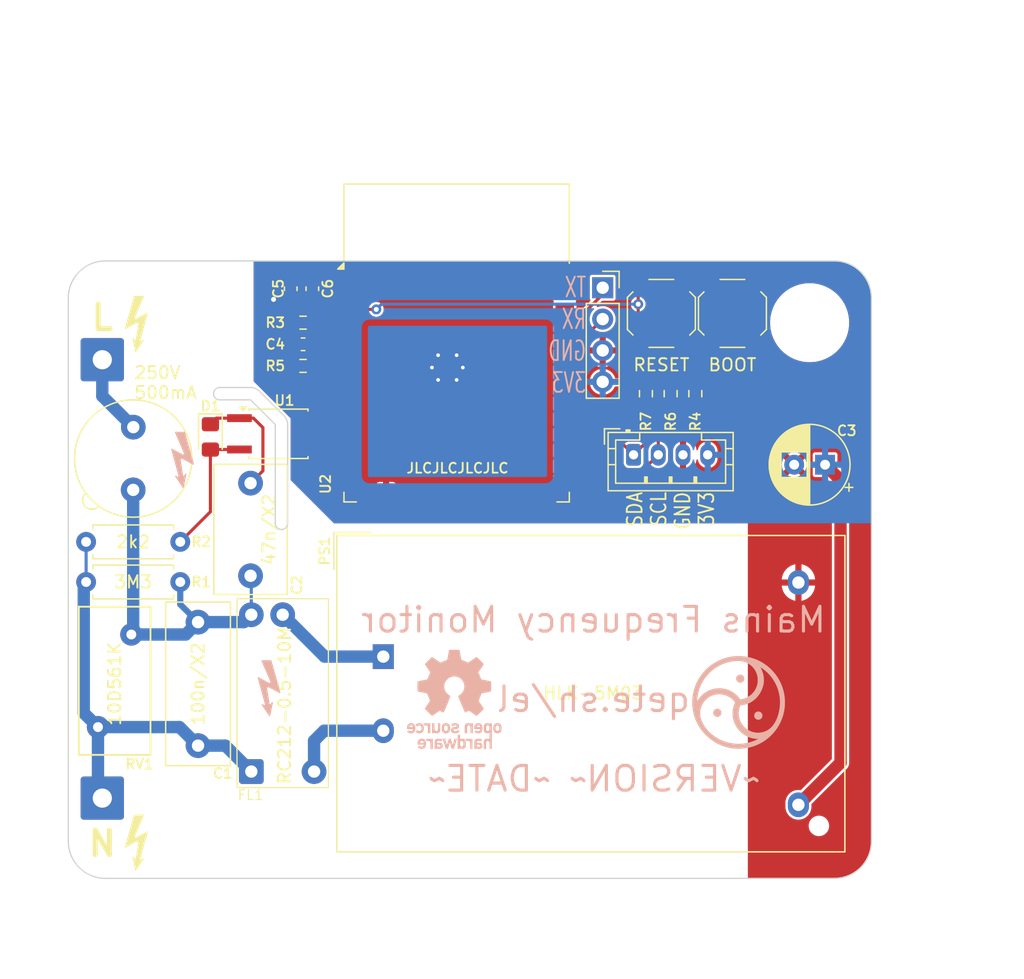
<source format=kicad_pcb>
(kicad_pcb (version 20240108) (generator "pcbnew") (generator_version "8.0")
  (title_block (title "Mains Frequency Monitor") (date "${DATE}") (rev "${VERSION}") (company "Qetesh"))
  (layers (0 "F.Cu" signal) (31 "B.Cu" signal) (34 "B.Paste" user) (35 "F.Paste" user) (36 "B.SilkS" user "B.Silkscreen") (37 "F.SilkS" user "F.Silkscreen") (38 "B.Mask" user) (39 "F.Mask" user) (44 "Edge.Cuts" user))
  (property "DATE" "~DATE~")
  (property "VERSION" "~VERSION~")
  (net 0 "")
  (net 1 "GND")
  (net 2 "+3V3")
  (net 3 "/EN")
  (net 4 "/TX")
  (net 5 "/RX")
  (net 6 "/SCL")
  (net 7 "/SDA")
  (net 8 "/Pulse")
  (net 36 "/IO0")
  (net 37 "/L_{f}")
  (net 38 "/L_{oc}")
  (net 39 "/N_{oc}")
  (net 40 "/N_{ps}")
  (net 41 "/L_{ps}")
  (net 42 "/N")
  (net 43 "/L")
  (footprint "My_Footprints:JLCPCB_Tooling_Hole" (layer "F.Cu") (at 110.25 82.25)
    (property "Reference" "REF**" (hide yes))
    (property "Value" "JLCPCB_Tooling_Hole")
    (pad "" np_thru_hole circle (at 0 0) (size 1.152 1.152) (drill 1.152) (layers "F&B.Cu" "*.Mask") (clearance 0.248))
  )
  (footprint "Connector_Wire:SolderWire-0.75sqmm_1x01_D1.25mm_OD3.5mm" (layer "F.Cu") (at 110.5 74.25)
    (property "Reference" "J1" (hide yes))
    (property "Value" "L_{in}")
    (pad "1" thru_hole roundrect (at 0 0) (size 3.5 3.5) (drill 1.55) (layers "*.Cu" "*.Mask") (roundrect_rratio 0.071429) (net 43 "/L"))
  )
  (footprint "My_Footprints:Schaffner_RC212" (layer "F.Cu") (at 121.29 101.25 90)
    (property "Reference" "FL1" (at -8.25 1.21 0) (layer "F.SilkS") (effects (font (size 0.8 0.8) (thickness 0.1))))
    (property "Value" "RC212-0.5-10M" (at -1 3.96 90) (layer "F.SilkS"))
    (pad "1" thru_hole roundrect (at -6.35 1.27 90) (size 2 2) (drill 1) (layers "*.Cu" "*.Mask") (roundrect_rratio 0.125) (net 42 "/N"))
    (pad "2" thru_hole circle (at -6.35 6.35 90) (size 2 2) (drill 1) (layers "*.Cu" "*.Mask") (net 40 "/N_{ps}"))
    (pad "3" thru_hole circle (at 6.35 1.27 90) (size 2 2) (drill 1) (layers "*.Cu" "*.Mask") (net 37 "/L_{f}"))
    (pad "4" thru_hole circle (at 6.35 3.81 90) (size 2 2) (drill 1) (layers "*.Cu" "*.Mask") (net 41 "/L_{ps}"))
  )
  (footprint "Connector_Wire:SolderWire-0.75sqmm_1x01_D1.25mm_OD3.5mm" (layer "F.Cu") (at 110.5 109.75)
    (property "Reference" "J2" (hide yes))
    (property "Value" "N_{in}")
    (pad "1" thru_hole roundrect (at 0 0) (size 3.5 3.5) (drill 1.55) (layers "*.Cu" "*.Mask") (roundrect_rratio 0.071429) (net 42 "/N"))
  )
  (footprint "Capacitor_SMD:C_0603_1608Metric_Pad1.08x0.95mm_HandSolder" (layer "F.Cu") (at 125.75 68.5 -90)
    (property "Reference" "C5" (at 0 1 90) (layer "F.SilkS") (effects (font (size 0.8 0.8))))
    (property "Value" "10u")
    (pad "1" smd roundrect (at -0.8625 0 270) (size 1.075 0.95) (layers "F.Cu" "F.Paste" "F.Mask") (net 1 "GND"))
    (pad "2" smd roundrect (at 0.8625 0 270) (size 1.075 0.95) (layers "F.Cu" "F.Paste" "F.Mask") (net 2 "+3V3"))
  )
  (footprint "Symbol:Symbol_HighVoltage_NoTriangle_2x5mm_Copper" (layer "F.Cu") (at 113.5 113.5)
    (property "Reference" "REF**" (hide yes))
    (property "Value" "Symbol_HighVoltage_NoTriangle_2x5mm_Copper" (hide yes))
  )
  (footprint "MountingHole:MountingHole_3.2mm_M3" (layer "F.Cu") (at 117.75 71.25)
    (property "Reference" "REF**" (hide yes))
    (property "Value" "MountingHole_3.2mm_M3")
    (pad "" np_thru_hole circle (at 0 0) (size 3.2 3.2) (drill 3.2) (layers "*.Cu" "*.Mask"))
  )
  (footprint "Connector_JST:JST_PH_B4B-PH-K_1x04_P2.00mm_Vertical" (layer "F.Cu") (at 153.5 81.95)
    (property "Reference" "J4" (hide yes))
    (property "Value" "I2C")
    (pad "1" thru_hole roundrect (at 0 0) (size 1.2 1.75) (drill 0.75) (layers "*.Cu" "*.Mask") (roundrect_rratio 0.208333) (net 7 "/SDA"))
    (pad "2" thru_hole oval (at 2 0) (size 1.2 1.75) (drill 0.75) (layers "*.Cu" "*.Mask") (net 6 "/SCL"))
    (pad "3" thru_hole oval (at 4 0) (size 1.2 1.75) (drill 0.75) (layers "*.Cu" "*.Mask") (net 1 "GND"))
    (pad "4" thru_hole oval (at 6 0) (size 1.2 1.75) (drill 0.75) (layers "*.Cu" "*.Mask") (net 2 "+3V3"))
  )
  (footprint "LED_SMD:LED_0805_2012Metric_Pad1.15x1.40mm_HandSolder" (layer "F.Cu") (at 119.25 80.5 -90)
    (property "Reference" "D1" (at -2.5 0 180) (layer "F.SilkS") (effects (font (size 0.8 0.8))))
    (property "Value" "LED")
    (pad "1" smd roundrect (at -1.025 0 270) (size 1.15 1.4) (layers "F.Cu" "F.Paste" "F.Mask") (roundrect_rratio 0.217391) (net 38 "/L_{oc}"))
    (pad "2" smd roundrect (at 1.025 0 270) (size 1.15 1.4) (layers "F.Cu" "F.Paste" "F.Mask") (roundrect_rratio 0.217391) (net 39 "/N_{oc}"))
  )
  (footprint "Package_SO:SO-4_4.4x3.6mm_P2.54mm" (layer "F.Cu") (at 124.75 80.25)
    (property "Reference" "U1" (at 0.5 -2.7 0) (layer "F.SilkS") (effects (font (size 0.8 0.8))))
    (property "Value" "EL357N(C)")
    (pad "1" smd rect (at -3.15 -1.27) (size 2 0.64) (layers "F.Cu" "F.Paste" "F.Mask") (net 38 "/L_{oc}"))
    (pad "2" smd rect (at -3.15 1.27) (size 2 0.64) (layers "F.Cu" "F.Paste" "F.Mask") (net 39 "/N_{oc}"))
    (pad "3" smd rect (at 3.15 1.27) (size 2 0.64) (layers "F.Cu" "F.Paste" "F.Mask") (net 1 "GND"))
    (pad "4" smd rect (at 3.15 -1.27) (size 2 0.64) (layers "F.Cu" "F.Paste" "F.Mask") (net 8 "/Pulse"))
  )
  (footprint "Connector_PinSocket_2.54mm:PinSocket_1x04_P2.54mm_Vertical" (layer "F.Cu") (at 151 68.42)
    (property "Reference" "J3" (hide yes))
    (property "Value" "Serial")
    (pad "1" thru_hole rect (at 0 0) (size 1.7 1.7) (drill 1) (layers "*.Cu" "*.Mask") (net 4 "/TX"))
    (pad "2" thru_hole oval (at 0 2.54) (size 1.7 1.7) (drill 1) (layers "*.Cu" "*.Mask") (net 5 "/RX"))
    (pad "3" thru_hole oval (at 0 5.08) (size 1.7 1.7) (drill 1) (layers "*.Cu" "*.Mask") (net 1 "GND"))
    (pad "4" thru_hole oval (at 0 7.62) (size 1.7 1.7) (drill 1) (layers "*.Cu" "*.Mask") (net 2 "+3V3"))
  )
  (footprint "MountingHole:MountingHole_3.2mm_M3" (layer "F.Cu") (at 117.75 111.25)
    (property "Reference" "REF**" (hide yes))
    (property "Value" "MountingHole_3.2mm_M3")
    (pad "" np_thru_hole circle (at 0 0) (size 3.2 3.2) (drill 3.2) (layers "*.Cu" "*.Mask"))
  )
  (footprint "Capacitor_SMD:C_0603_1608Metric_Pad1.08x0.95mm_HandSolder" (layer "F.Cu") (at 126.75 73)
    (property "Reference" "C4" (at -2.25 0 0) (layer "F.SilkS") (effects (font (size 0.8 0.8))))
    (property "Value" "100n")
    (pad "1" smd roundrect (at -0.8625 0) (size 1.075 0.95) (layers "F.Cu" "F.Paste" "F.Mask") (net 1 "GND"))
    (pad "2" smd roundrect (at 0.8625 0) (size 1.075 0.95) (layers "F.Cu" "F.Paste" "F.Mask") (net 3 "/EN"))
  )
  (footprint "Resistor_THT:R_Axial_DIN0207_L6.3mm_D2.5mm_P7.62mm_Horizontal" (layer "F.Cu") (at 109.19 92.25)
    (property "Reference" "R1" (at 9.31 0 0) (layer "F.SilkS") (effects (font (size 0.8 0.8))))
    (property "Value" "3.3MΩ/500V")
    (pad "1" thru_hole circle (at 0 0) (size 1.6 1.6) (drill 0.8) (layers "*.Cu" "*.Mask") (net 42 "/N"))
    (pad "2" thru_hole oval (at 7.62 0) (size 1.6 1.6) (drill 0.8) (layers "*.Cu" "*.Mask") (net 37 "/L_{f}"))
  )
  (footprint "Capacitor_THT:CP_Radial_D6.3mm_P2.50mm" (layer "F.Cu") (at 169 82.75 180)
    (property "Reference" "C3" (at -1.75 2.75 180) (layer "F.SilkS") (effects (font (size 0.8 0.8))))
    (property "Value" "220u")
    (pad "1" thru_hole rect (at 0 0 180) (size 1.6 1.6) (drill 0.8) (layers "*.Cu" "*.Mask") (net 2 "+3V3"))
    (pad "2" thru_hole circle (at 2.5 0 180) (size 1.6 1.6) (drill 0.8) (layers "*.Cu" "*.Mask") (net 1 "GND"))
  )
  (footprint "Resistor_SMD:R_0603_1608Metric_Pad0.98x0.95mm_HandSolder" (layer "F.Cu") (at 158.5 77 -90)
    (property "Reference" "R4" (at 2.25 0 90) (layer "F.SilkS") (effects (font (size 0.8 0.8))))
    (property "Value" "10k")
    (pad "1" smd roundrect (at -0.9125 0 270) (size 0.975 0.95) (layers "F.Cu" "F.Paste" "F.Mask") (net 2 "+3V3"))
    (pad "2" smd roundrect (at 0.9125 0 270) (size 0.975 0.95) (layers "F.Cu" "F.Paste" "F.Mask") (net 36 "/IO0"))
  )
  (footprint "My_Footprints:JLCPCB_Tooling_Hole" (layer "F.Cu") (at 168.5 112)
    (property "Reference" "REF**" (hide yes))
    (property "Value" "JLCPCB_Tooling_Hole")
    (pad "" np_thru_hole circle (at 0 0) (size 1.152 1.152) (drill 1.152) (layers "F&B.Cu" "*.Mask") (clearance 0.248))
  )
  (footprint "Resistor_THT:R_Axial_DIN0207_L6.3mm_D2.5mm_P7.62mm_Horizontal" (layer "F.Cu") (at 109.19 89)
    (property "Reference" "R2" (at 9.31 0 0) (layer "F.SilkS") (effects (font (size 0.8 0.8))))
    (property "Value" "2k2" (at 3.81 0 0) (layer "F.SilkS"))
    (pad "1" thru_hole circle (at 0 0) (size 1.6 1.6) (drill 0.8) (layers "*.Cu" "*.Mask") (net 42 "/N"))
    (pad "2" thru_hole oval (at 7.62 0) (size 1.6 1.6) (drill 0.8) (layers "*.Cu" "*.Mask") (net 39 "/N_{oc}"))
  )
  (footprint "Button_Switch_SMD:SW_Push_1P1T_XKB_TS-1187A" (layer "F.Cu") (at 155.75 70.5 -90)
    (property "Reference" "SW1" (hide yes))
    (property "Value" "RST")
    (pad "1" smd rect (at -3 -1.875 270) (size 1 0.75) (layers "F.Cu" "F.Paste" "F.Mask") (net 1 "GND"))
    (pad "1" smd rect (at 3 -1.875 270) (size 1 0.75) (layers "F.Cu" "F.Paste" "F.Mask") (net 1 "GND"))
    (pad "2" smd rect (at -3 1.875 270) (size 1 0.75) (layers "F.Cu" "F.Paste" "F.Mask") (net 3 "/EN"))
    (pad "2" smd rect (at 3 1.875 270) (size 1 0.75) (layers "F.Cu" "F.Paste" "F.Mask") (net 3 "/EN"))
  )
  (footprint "MountingHole:MountingHole_3.2mm_M3" (layer "F.Cu") (at 167.75 71.25)
    (property "Reference" "REF**" (hide yes))
    (property "Value" "MountingHole_3.2mm_M3")
    (pad "" np_thru_hole circle (at 0 0) (size 3.2 3.2) (drill 3.2) (layers "*.Cu" "*.Mask"))
  )
  (footprint "RF_Module:ESP32-WROOM-32" (layer "F.Cu") (at 139.18 75.885)
    (property "Reference" "U2" (at -10.61 8.43 90) (layer "F.SilkS") (effects (font (size 0.8 0.8))))
    (property "Value" "ESP32-WROOM-32")
    (pad "1" smd rect (at -8.75 -8.25) (size 1.5 0.9) (layers "F.Cu" "F.Paste" "F.Mask") (net 1 "GND"))
    (pad "2" smd rect (at -8.75 -6.98) (size 1.5 0.9) (layers "F.Cu" "F.Paste" "F.Mask") (net 2 "+3V3"))
    (pad "3" smd rect (at -8.75 -5.71) (size 1.5 0.9) (layers "F.Cu" "F.Paste" "F.Mask") (net 3 "/EN"))
    (pad "4" smd rect (at -8.75 -4.44) (size 1.5 0.9) (layers "F.Cu" "F.Paste" "F.Mask"))
    (pad "5" smd rect (at -8.75 -3.17) (size 1.5 0.9) (layers "F.Cu" "F.Paste" "F.Mask"))
    (pad "6" smd rect (at -8.75 -1.9) (size 1.5 0.9) (layers "F.Cu" "F.Paste" "F.Mask"))
    (pad "7" smd rect (at -8.75 -0.63) (size 1.5 0.9) (layers "F.Cu" "F.Paste" "F.Mask"))
    (pad "8" smd rect (at -8.75 0.64) (size 1.5 0.9) (layers "F.Cu" "F.Paste" "F.Mask"))
    (pad "9" smd rect (at -8.75 1.91) (size 1.5 0.9) (layers "F.Cu" "F.Paste" "F.Mask"))
    (pad "10" smd rect (at -8.75 3.18) (size 1.5 0.9) (layers "F.Cu" "F.Paste" "F.Mask") (net 8 "/Pulse"))
    (pad "11" smd rect (at -8.75 4.45) (size 1.5 0.9) (layers "F.Cu" "F.Paste" "F.Mask"))
    (pad "12" smd rect (at -8.75 5.72) (size 1.5 0.9) (layers "F.Cu" "F.Paste" "F.Mask"))
    (pad "13" smd rect (at -8.75 6.99) (size 1.5 0.9) (layers "F.Cu" "F.Paste" "F.Mask"))
    (pad "14" smd rect (at -8.75 8.26) (size 1.5 0.9) (layers "F.Cu" "F.Paste" "F.Mask"))
    (pad "15" smd rect (at -5.71 9.51 90) (size 1.5 0.9) (layers "F.Cu" "F.Paste" "F.Mask") (net 1 "GND"))
    (pad "16" smd rect (at -4.44 9.51 90) (size 1.5 0.9) (layers "F.Cu" "F.Paste" "F.Mask"))
    (pad "17" smd rect (at -3.17 9.51 90) (size 1.5 0.9) (layers "F.Cu" "F.Paste" "F.Mask"))
    (pad "18" smd rect (at -1.9 9.51 90) (size 1.5 0.9) (layers "F.Cu" "F.Paste" "F.Mask"))
    (pad "19" smd rect (at -0.63 9.51 90) (size 1.5 0.9) (layers "F.Cu" "F.Paste" "F.Mask"))
    (pad "20" smd rect (at 0.64 9.51 90) (size 1.5 0.9) (layers "F.Cu" "F.Paste" "F.Mask"))
    (pad "21" smd rect (at 1.91 9.51 90) (size 1.5 0.9) (layers "F.Cu" "F.Paste" "F.Mask"))
    (pad "22" smd rect (at 3.18 9.51 90) (size 1.5 0.9) (layers "F.Cu" "F.Paste" "F.Mask"))
    (pad "23" smd rect (at 4.45 9.51 90) (size 1.5 0.9) (layers "F.Cu" "F.Paste" "F.Mask"))
    (pad "24" smd rect (at 5.72 9.51 90) (size 1.5 0.9) (layers "F.Cu" "F.Paste" "F.Mask"))
    (pad "25" smd rect (at 8.75 8.26) (size 1.5 0.9) (layers "F.Cu" "F.Paste" "F.Mask") (net 36 "/IO0"))
    (pad "26" smd rect (at 8.75 6.99) (size 1.5 0.9) (layers "F.Cu" "F.Paste" "F.Mask"))
    (pad "27" smd rect (at 8.75 5.72) (size 1.5 0.9) (layers "F.Cu" "F.Paste" "F.Mask") (net 6 "/SCL"))
    (pad "28" smd rect (at 8.75 4.45) (size 1.5 0.9) (layers "F.Cu" "F.Paste" "F.Mask") (net 7 "/SDA"))
    (pad "29" smd rect (at 8.75 3.18) (size 1.5 0.9) (layers "F.Cu" "F.Paste" "F.Mask"))
    (pad "30" smd rect (at 8.75 1.91) (size 1.5 0.9) (layers "F.Cu" "F.Paste" "F.Mask"))
    (pad "31" smd rect (at 8.75 0.64) (size 1.5 0.9) (layers "F.Cu" "F.Paste" "F.Mask"))
    (pad "32" smd rect (at 8.75 -0.63) (size 1.5 0.9) (layers "F.Cu" "F.Paste" "F.Mask"))
    (pad "33" smd rect (at 8.75 -1.9) (size 1.5 0.9) (layers "F.Cu" "F.Paste" "F.Mask"))
    (pad "34" smd rect (at 8.75 -3.17) (size 1.5 0.9) (layers "F.Cu" "F.Paste" "F.Mask") (net 5 "/RX"))
    (pad "35" smd rect (at 8.75 -4.44) (size 1.5 0.9) (layers "F.Cu" "F.Paste" "F.Mask") (net 4 "/TX"))
    (pad "36" smd rect (at 8.75 -5.71) (size 1.5 0.9) (layers "F.Cu" "F.Paste" "F.Mask"))
    (pad "37" smd rect (at 8.75 -6.98) (size 1.5 0.9) (layers "F.Cu" "F.Paste" "F.Mask"))
    (pad "38" smd rect (at 8.75 -8.25) (size 1.5 0.9) (layers "F.Cu" "F.Paste" "F.Mask") (net 1 "GND"))
    (pad "39" smd rect (at -2.205 -2.435) (size 1.05 1.05) (layers "F.Cu" "F.Paste") (net 1 "GND"))
    (pad "39" smd rect (at -2.205 -0.91) (size 1.05 1.05) (layers "F.Cu" "F.Paste") (net 1 "GND"))
    (pad "39" smd rect (at -2.205 0.615) (size 1.05 1.05) (layers "F.Cu" "F.Paste") (net 1 "GND"))
    (pad "39" thru_hole circle (at -2 -1) (size 0.5 0.5) (drill 0.3) (layers "*.Cu" "*.Mask") (net 1 "GND"))
    (pad "39" thru_hole circle (at -1.5 -2) (size 0.5 0.5) (drill 0.3) (layers "*.Cu" "*.Mask") (net 1 "GND"))
    (pad "39" thru_hole circle (at -1.5 0) (size 0.5 0.5) (drill 0.3) (layers "*.Cu" "*.Mask") (net 1 "GND"))
    (pad "39" smd rect (at -0.68 -2.435) (size 1.05 1.05) (layers "F.Cu" "F.Paste") (net 1 "GND"))
    (pad "39" smd rect (at -0.68 -0.91) (size 1.05 1.05) (layers "F.Cu" "F.Paste") (net 1 "GND"))
    (pad "39" smd rect (at -0.68 -0.91) (size 4.2 4.2) (layers "F.Cu" "F.Mask") (net 1 "GND"))
    (pad "39" smd rect (at -0.68 0.615) (size 1.05 1.05) (layers "F.Cu" "F.Paste") (net 1 "GND"))
    (pad "39" thru_hole circle (at 0 -2) (size 0.5 0.5) (drill 0.3) (layers "*.Cu" "*.Mask") (net 1 "GND"))
    (pad "39" thru_hole circle (at 0 0) (size 0.5 0.5) (drill 0.3) (layers "*.Cu" "*.Mask") (net 1 "GND"))
    (pad "39" thru_hole circle (at 0.5 -1) (size 0.5 0.5) (drill 0.3) (layers "*.Cu" "*.Mask") (net 1 "GND"))
    (pad "39" smd rect (at 0.845 -2.435) (size 1.05 1.05) (layers "F.Cu" "F.Paste") (net 1 "GND"))
    (pad "39" smd rect (at 0.845 -0.91) (size 1.05 1.05) (layers "F.Cu" "F.Paste") (net 1 "GND"))
    (pad "39" smd rect (at 0.845 0.615) (size 1.05 1.05) (layers "F.Cu" "F.Paste") (net 1 "GND"))
    (zone (net 0) (net_name "") (layers "F.Cu" "In1.Cu" "B.Cu") (connect_pads (clearance 0)) (min_thickness 0.254)
      (keepout (tracks not_allowed) (vias not_allowed) (pads not_allowed) (copperpour not_allowed) (footprints not_allowed))
      (fill (thermal_gap 0.508) (thermal_bridge_width 0.508))
      (polygon (pts (xy 115.18 66.085) (xy 163.18 66.085) (xy 163.18 45.145) (xy 115.18 45.145)))
    )
  )
  (footprint "Capacitor_THT:C_Rect_L10.3mm_W5.7mm_P7.50mm_MKS4" (layer "F.Cu") (at 122.5 91.745 90)
    (property "Reference" "C2" (at -0.755 3.75 -90) (layer "F.SilkS") (effects (font (size 0.8 0.8))))
    (property "Value" "47n/X2" (at 3.745 1.5 -90) (layer "F.SilkS"))
    (pad "1" thru_hole circle (at 0 0 90) (size 2 2) (drill 1) (layers "*.Cu" "*.Mask") (net 37 "/L_{f}"))
    (pad "2" thru_hole circle (at 7.5 0 90) (size 2 2) (drill 1) (layers "*.Cu" "*.Mask") (net 38 "/L_{oc}"))
  )
  (footprint "Converter_ACDC:Converter_ACDC_Hi-Link_HLK-5Mxx" (layer "F.Cu") (at 133.2425 98.2925)
    (property "Reference" "PS1" (at -4.7425 -8.5425 90) (layer "F.SilkS") (effects (font (size 0.8 0.8))))
    (property "Value" "HLK-5M03" (at 17.0075 2.9575 0) (layer "F.SilkS"))
    (pad "1" thru_hole rect (at 0 0) (size 1.7 2) (drill 1) (layers "*.Cu" "*.Mask") (net 41 "/L_{ps}"))
    (pad "2" thru_hole oval (at 0 6) (size 1.7 2) (drill 1) (layers "*.Cu" "*.Mask") (net 40 "/N_{ps}"))
    (pad "3" thru_hole oval (at 33.6 -6) (size 1.7 2) (drill 1) (layers "*.Cu" "*.Mask") (net 1 "GND"))
    (pad "4" thru_hole oval (at 33.6 12) (size 1.7 2) (drill 1) (layers "*.Cu" "*.Mask") (net 2 "+3V3"))
  )
  (footprint "Fuse:Fuseholder_TR5_Littelfuse_No560_No460" (layer "F.Cu") (at 113.01 79.71 -90)
    (property "Reference" "F1" (hide yes))
    (property "Value" "0.5A/250V")
    (pad "1" thru_hole circle (at 0 0 270) (size 2 2) (drill 1) (layers "*.Cu" "*.Mask") (net 43 "/L"))
    (pad "2" thru_hole circle (at 5.08 0.01 270) (size 2 2) (drill 1) (layers "*.Cu" "*.Mask") (net 37 "/L_{f}"))
  )
  (footprint "Resistor_SMD:R_0603_1608Metric_Pad0.98x0.95mm_HandSolder" (layer "F.Cu") (at 126.75 74.75)
    (property "Reference" "R5" (at -2.25 0 0) (layer "F.SilkS") (effects (font (size 0.8 0.8))))
    (property "Value" "10k")
    (pad "1" smd roundrect (at -0.9125 0) (size 0.975 0.95) (layers "F.Cu" "F.Paste" "F.Mask") (net 2 "+3V3"))
    (pad "2" smd roundrect (at 0.9125 0) (size 0.975 0.95) (layers "F.Cu" "F.Paste" "F.Mask") (net 8 "/Pulse"))
  )
  (footprint "Varistor:RV_Disc_D12mm_W5.8mm_P7.5mm" (layer "F.Cu") (at 112.85 96.5 -90)
    (property "Reference" "RV1" (at 10.5 -0.65 180) (layer "F.SilkS") (effects (font (size 0.8 0.8))))
    (property "Value" "10D561K" (at 4 1.35 90) (layer "F.SilkS"))
    (pad "1" thru_hole circle (at 0 0 270) (size 1.8 1.8) (drill 0.8) (layers "*.Cu" "*.Mask") (net 37 "/L_{f}"))
    (pad "2" thru_hole circle (at 7.5 2.7 270) (size 1.8 1.8) (drill 0.8) (layers "*.Cu" "*.Mask") (net 42 "/N"))
  )
  (footprint "Resistor_SMD:R_0603_1608Metric_Pad0.98x0.95mm_HandSolder" (layer "F.Cu") (at 156.5 77 -90)
    (property "Reference" "R6" (at 2.25 0 90) (layer "F.SilkS") (effects (font (size 0.8 0.8))))
    (property "Value" "4k7")
    (pad "1" smd roundrect (at -0.9125 0 270) (size 0.975 0.95) (layers "F.Cu" "F.Paste" "F.Mask") (net 2 "+3V3"))
    (pad "2" smd roundrect (at 0.9125 0 270) (size 0.975 0.95) (layers "F.Cu" "F.Paste" "F.Mask") (net 6 "/SCL"))
  )
  (footprint "Button_Switch_SMD:SW_Push_1P1T_XKB_TS-1187A" (layer "F.Cu") (at 161.5 70.5 90)
    (property "Reference" "SW2" (hide yes))
    (property "Value" "BOOT")
    (pad "1" smd rect (at -3 -1.875 90) (size 1 0.75) (layers "F.Cu" "F.Paste" "F.Mask") (net 36 "/IO0"))
    (pad "1" smd rect (at 3 -1.875 90) (size 1 0.75) (layers "F.Cu" "F.Paste" "F.Mask") (net 36 "/IO0"))
    (pad "2" smd rect (at -3 1.875 90) (size 1 0.75) (layers "F.Cu" "F.Paste" "F.Mask") (net 1 "GND"))
    (pad "2" smd rect (at 3 1.875 90) (size 1 0.75) (layers "F.Cu" "F.Paste" "F.Mask") (net 1 "GND"))
  )
  (footprint "Resistor_SMD:R_0603_1608Metric_Pad0.98x0.95mm_HandSolder" (layer "F.Cu") (at 154.5 77 -90)
    (property "Reference" "R7" (at 2.25 0 90) (layer "F.SilkS") (effects (font (size 0.8 0.8))))
    (property "Value" "4k7")
    (pad "1" smd roundrect (at -0.9125 0 270) (size 0.975 0.95) (layers "F.Cu" "F.Paste" "F.Mask") (net 2 "+3V3"))
    (pad "2" smd roundrect (at 0.9125 0 270) (size 0.975 0.95) (layers "F.Cu" "F.Paste" "F.Mask") (net 7 "/SDA"))
  )
  (footprint "Resistor_SMD:R_0603_1608Metric_Pad0.98x0.95mm_HandSolder" (layer "F.Cu") (at 126.75 71.25)
    (property "Reference" "R3" (at -2.25 0 0) (layer "F.SilkS") (effects (font (size 0.8 0.8))))
    (property "Value" "10k")
    (pad "1" smd roundrect (at -0.9125 0) (size 0.975 0.95) (layers "F.Cu" "F.Paste" "F.Mask") (net 2 "+3V3"))
    (pad "2" smd roundrect (at 0.9125 0) (size 0.975 0.95) (layers "F.Cu" "F.Paste" "F.Mask") (net 3 "/EN"))
  )
  (footprint "Symbol:Symbol_HighVoltage_NoTriangle_2x5mm_Copper" (layer "F.Cu") (at 113.5 71.5)
    (property "Reference" "REF**" (hide yes))
    (property "Value" "Symbol_HighVoltage_NoTriangle_2x5mm_Copper" (hide yes))
  )
  (footprint "Capacitor_SMD:C_0603_1608Metric_Pad1.08x0.95mm_HandSolder" (layer "F.Cu") (at 127.5 68.5 -90)
    (property "Reference" "C6" (at 0 -1.25 -90) (layer "F.SilkS") (effects (font (size 0.8 0.8))))
    (property "Value" "100n")
    (pad "1" smd roundrect (at -0.8625 0 270) (size 1.075 0.95) (layers "F.Cu" "F.Paste" "F.Mask") (net 1 "GND"))
    (pad "2" smd roundrect (at 0.8625 0 270) (size 1.075 0.95) (layers "F.Cu" "F.Paste" "F.Mask") (net 2 "+3V3"))
  )
  (footprint "Capacitor_THT:C_Rect_L13.0mm_W5.0mm_P10.00mm_FKS3_FKP3_MKS4" (layer "F.Cu") (at 118.25 105.5 90)
    (property "Reference" "C1" (at -2.25 2 180) (layer "F.SilkS") (effects (font (size 0.8 0.8))))
    (property "Value" "100n/X2" (at 5 0 90) (layer "F.SilkS"))
    (pad "1" thru_hole circle (at 0 0 90) (size 2 2) (drill 1) (layers "*.Cu" "*.Mask") (net 42 "/N"))
    (pad "2" thru_hole circle (at 10 0 90) (size 2 2) (drill 1) (layers "*.Cu" "*.Mask") (net 37 "/L_{f}"))
  )
  (footprint "Symbol:Symbol_HighVoltage_NoTriangle_2x5mm_Copper" (layer "B.Cu") (at 123.75 101 180)
    (property "Reference" "REF**" (hide yes))
    (property "Value" "Symbol_HighVoltage_NoTriangle_2x5mm_Copper" (hide yes))
  )
  (footprint "Symbol:OSHW-Logo_7.5x8mm_SilkScreen" (layer "B.Cu") (at 139 101.75 180)
    (property "Reference" "REF**" (hide yes))
    (property "Value" "OSHW-Logo_7.5x8mm_SilkScreen" (hide yes))
  )
  (footprint "My_Footprints:CutieMark7.5mmInverted" (layer "B.Cu") (at 162 102 180)
    (property "Reference" "G***" (hide yes))
    (property "Value" "LOGO" (hide yes))
  )
  (footprint "Symbol:Symbol_HighVoltage_NoTriangle_2x5mm_Copper" (layer "B.Cu") (at 116.75 82.5 180)
    (property "Reference" "REF**" (hide yes))
    (property "Value" "Symbol_HighVoltage_NoTriangle_2x5mm_Copper" (hide yes))
  )
  (gr_line (start 172.75 69.25) (end 172.75 113.25) (stroke (width 0.1)) (layer "Edge.Cuts"))
  (gr_arc (start 120 77.5) (mid 119.5 77) (end 120 76.5) (stroke (width 0.1)) (layer "Edge.Cuts"))
  (gr_arc (start 125.5 87.5) (mid 125 88) (end 124.5 87.5) (stroke (width 0.1)) (layer "Edge.Cuts"))
  (gr_arc (start 122.5 76.5) (mid 122.882683 76.57612) (end 123.207107 76.792893) (stroke (width 0.1)) (layer "Edge.Cuts"))
  (gr_line (start 110.75 66.25) (end 169.75 66.25) (stroke (width 0.1)) (layer "Edge.Cuts"))
  (gr_line (start 120 76.5) (end 122.5 76.5) (stroke (width 0.1)) (layer "Edge.Cuts"))
  (gr_line (start 125.5 87.5) (end 125.5 79.5) (stroke (width 0.1)) (layer "Edge.Cuts"))
  (gr_line (start 122.5 77.5) (end 124.5 79.5) (stroke (width 0.1)) (layer "Edge.Cuts"))
  (gr_line (start 124.5 79.5) (end 124.5 87.5) (stroke (width 0.1)) (layer "Edge.Cuts"))
  (gr_line (start 123.207107 76.792893) (end 125.207107 78.792893) (stroke (width 0.1)) (layer "Edge.Cuts"))
  (gr_line (start 107.75 113.25) (end 107.75 69.25) (stroke (width 0.1)) (layer "Edge.Cuts"))
  (gr_line (start 122.5 77.5) (end 120 77.5) (stroke (width 0.1)) (layer "Edge.Cuts"))
  (gr_arc (start 107.75 69.25) (mid 108.62868 67.12868) (end 110.75 66.25) (stroke (width 0.1)) (layer "Edge.Cuts"))
  (gr_arc (start 172.75 113.25) (mid 171.87132 115.37132) (end 169.75 116.25) (stroke (width 0.1)) (layer "Edge.Cuts"))
  (gr_arc (start 169.75 66.25) (mid 171.87132 67.12868) (end 172.75 69.25) (stroke (width 0.1)) (layer "Edge.Cuts"))
  (gr_arc (start 125.207107 78.792893) (mid 125.42388 79.117316) (end 125.5 79.5) (stroke (width 0.1)) (layer "Edge.Cuts"))
  (gr_line (start 169.75 116.25) (end 110.75 116.25) (stroke (width 0.1)) (layer "Edge.Cuts"))
  (gr_arc (start 110.75 116.25) (mid 108.62868 115.37132) (end 107.75 113.25) (stroke (width 0.1)) (layer "Edge.Cuts"))
  (gr_text "TX\nRX\nGND\n3V3" (at 149.75 72.25 0) (layer "B.SilkS") (effects (font (size 1.6 1)) (justify left mirror)))
  (gr_text "Mains Frequency Monitor\n\nqete.sh/el\n\n${VERSION} ${DATE}" (at 150.25 101.75 0) (layer "B.SilkS") (effects (font (size 2 2) (thickness 0.25)) (justify mirror)))
  (gr_text "RESET" (at 155.75 75.25 0) (layer "F.SilkS") (effects (font (size 1 1)) (justify bottom)))
  (gr_text "JLCJLCJLCJLC" (at 139.25 83.5 0) (layer "F.SilkS") (effects (font (size 0.8 0.8)) (justify bottom)))
  (gr_text "3M3" (at 113 92.25 0) (layer "F.SilkS") (effects (font (size 1 1))))
  (gr_text "BOOT" (at 161.5 75.25 0) (layer "F.SilkS") (effects (font (size 1 1)) (justify bottom)))
  (gr_text "L" (at 110.5 72 0) (layer "F.SilkS") (effects (font (size 2 2) (thickness 0.4) (bold yes)) (justify bottom)))
  (gr_text "250V\n500mA" (at 113 77.5 0) (layer "F.SilkS") (effects (font (size 1 1)) (justify left bottom)))
  (gr_text "SDA\nSCL\nGND\n3V3" (at 156.5 84.86 90) (layer "F.SilkS") (effects (font (size 1.2 1)) (justify right)))
  (gr_text "N" (at 110.5 112.25 0) (layer "F.SilkS") (effects (font (size 2 2) (thickness 0.4) (bold yes)) (justify top)))
  (segment (start 170.25 106.885) (end 170.25 84) (width 1) (layer "F.Cu") (net 2))
  (segment (start 127.5 69.3625) (end 125.75 69.3625) (width 0.5) (layer "F.Cu") (net 2))
  (segment (start 130.43 68.905) (end 127.9575 68.905) (width 0.5) (layer "F.Cu") (net 2))
  (segment (start 166.8425 110.2925) (end 170.25 106.885) (width 1) (layer "F.Cu") (net 2))
  (segment (start 158.5 76.0875) (end 151.0475 76.0875) (width 0.25) (layer "F.Cu") (net 2))
  (segment (start 124.25 69.25) (end 124.3625 69.3625) (width 0.5) (layer "F.Cu") (net 2))
  (segment (start 151.0475 76.0875) (end 151 76.04) (width 0.25) (layer "F.Cu") (net 2))
  (segment (start 125.8375 71.25) (end 125.8375 69.45) (width 0.25) (layer "F.Cu") (net 2))
  (segment (start 127.9575 68.905) (end 127.5 69.3625) (width 0.5) (layer "F.Cu") (net 2))
  (segment (start 126.75 73.8375) (end 126.75 72.1625) (width 0.25) (layer "F.Cu") (net 2))
  (segment (start 125.8375 74.75) (end 126.75 73.8375) (width 0.25) (layer "F.Cu") (net 2))
  (segment (start 125.75 69.3625) (end 124.3625 69.3625) (width 0.5) (layer "F.Cu") (net 2))
  (segment (start 125.8375 69.45) (end 125.75 69.3625) (width 0.25) (layer "F.Cu") (net 2))
  (segment (start 126.75 72.1625) (end 125.8375 71.25) (width 0.25) (layer "F.Cu") (net 2))
  (segment (start 170.25 84) (end 169 82.75) (width 1) (layer "F.Cu") (net 2))
  (via (at 124.3625 69.3625) (size 0.8) (drill 0.4) (layers "F.Cu" "B.Cu") (net 2))
  (segment (start 132.75 70.25) (end 132.675 70.175) (width 0.25) (layer "F.Cu") (net 3))
  (segment (start 130.43 70.175) (end 132.675 70.175) (width 0.25) (layer "F.Cu") (net 3))
  (segment (start 127.6125 71.3) (end 127.6625 71.25) (width 0.25) (layer "F.Cu") (net 3))
  (segment (start 153.875 69.75) (end 153.875 67.5) (width 0.25) (layer "F.Cu") (net 3))
  (segment (start 127.6125 73) (end 127.6125 71.3) (width 0.25) (layer "F.Cu") (net 3))
  (segment (start 153.875 73.5) (end 153.875 69.75) (width 0.25) (layer "F.Cu") (net 3))
  (segment (start 127.6625 71.25) (end 128.7375 70.175) (width 0.25) (layer "F.Cu") (net 3))
  (segment (start 128.7375 70.175) (end 130.43 70.175) (width 0.25) (layer "F.Cu") (net 3))
  (via (at 132.675 70.175) (size 0.8) (drill 0.4) (layers "F.Cu" "B.Cu") (net 3))
  (via (at 153.875 69.75) (size 0.8) (drill 0.4) (layers "F.Cu" "B.Cu") (net 3))
  (segment (start 132.675 70.175) (end 133.1 69.75) (width 0.25) (layer "B.Cu") (net 3))
  (segment (start 133.1 69.75) (end 153.875 69.75) (width 0.25) (layer "B.Cu") (net 3))
  (segment (start 151 68.955) (end 151 68.42) (width 0.25) (layer "F.Cu") (net 4))
  (segment (start 148.51 71.445) (end 151 68.955) (width 0.25) (layer "F.Cu") (net 4))
  (segment (start 147.93 71.445) (end 148.51 71.445) (width 0.25) (layer "F.Cu") (net 4))
  (segment (start 147.93 72.715) (end 149.245 72.715) (width 0.25) (layer "F.Cu") (net 5))
  (segment (start 149.245 72.715) (end 151 70.96) (width 0.25) (layer "F.Cu") (net 5))
  (segment (start 147.93 81.605) (end 151.3599 81.605) (width 0.25) (layer "F.Cu") (net 6))
  (segment (start 156.5 79.25) (end 155.5 80.25) (width 0.25) (layer "F.Cu") (net 6))
  (segment (start 154.3 83.15) (end 155.5 81.95) (width 0.25) (layer "F.Cu") (net 6))
  (segment (start 152.9049 83.15) (end 154.3 83.15) (width 0.25) (layer "F.Cu") (net 6))
  (segment (start 156.5 77.9125) (end 156.5 79.25) (width 0.25) (layer "F.Cu") (net 6))
  (segment (start 151.3599 81.605) (end 152.9049 83.15) (width 0.25) (layer "F.Cu") (net 6))
  (segment (start 155.5 80.25) (end 155.5 81.95) (width 0.25) (layer "F.Cu") (net 6))
  (segment (start 151.885 80.335) (end 153.5 81.95) (width 0.25) (layer "F.Cu") (net 7))
  (segment (start 154.5 77.9125) (end 154.5 80.95) (width 0.25) (layer "F.Cu") (net 7))
  (segment (start 147.93 80.335) (end 151.885 80.335) (width 0.25) (layer "F.Cu") (net 7))
  (segment (start 154.5 80.95) (end 153.5 81.95) (width 0.25) (layer "F.Cu") (net 7))
  (segment (start 130.345 78.98) (end 130.43 79.065) (width 0.25) (layer "F.Cu") (net 8))
  (segment (start 127.6625 78.7425) (end 127.9 78.98) (width 0.25) (layer "F.Cu") (net 8))
  (segment (start 127.6625 74.75) (end 127.6625 78.7425) (width 0.25) (layer "F.Cu") (net 8))
  (segment (start 127.9 78.98) (end 130.345 78.98) (width 0.25) (layer "F.Cu") (net 8))
  (segment (start 158.473896 77.9125) (end 156.425 79.961396) (width 0.25) (layer "F.Cu") (net 36))
  (segment (start 159.625 76.7875) (end 159.625 73.5) (width 0.25) (layer "F.Cu") (net 36))
  (segment (start 156.425 82.608148) (end 154.888148 84.145) (width 0.25) (layer "F.Cu") (net 36))
  (segment (start 156.425 79.961396) (end 156.425 82.608148) (width 0.25) (layer "F.Cu") (net 36))
  (segment (start 154.888148 84.145) (end 147.93 84.145) (width 0.25) (layer "F.Cu") (net 36))
  (segment (start 158.5 77.9125) (end 159.625 76.7875) (width 0.25) (layer "F.Cu") (net 36))
  (segment (start 158.5 77.9125) (end 158.473896 77.9125) (width 0.25) (layer "F.Cu") (net 36))
  (segment (start 159.625 73.5) (end 159.625 67.5) (width 0.25) (layer "F.Cu") (net 36))
  (segment (start 117.25 96.5) (end 118.25 95.5) (width 1) (layer "B.Cu") (net 37))
  (segment (start 113 96.35) (end 112.85 96.5) (width 1) (layer "B.Cu") (net 37))
  (segment (start 116.81 92.25) (end 116.81 94.06) (width 0.5) (layer "B.Cu") (net 37))
  (segment (start 122.56 91.805) (end 122.56 94.9) (width 0.25) (layer "B.Cu") (net 37))
  (segment (start 113 84.79) (end 113 96.35) (width 1) (layer "B.Cu") (net 37))
  (segment (start 122.5 91.745) (end 122.56 91.805) (width 0.5) (layer "B.Cu") (net 37))
  (segment (start 116.81 94.06) (end 118.25 95.5) (width 0.5) (layer "B.Cu") (net 37))
  (segment (start 112.85 96.5) (end 117.25 96.5) (width 1) (layer "B.Cu") (net 37))
  (segment (start 121.96 95.5) (end 122.56 94.9) (width 1) (layer "B.Cu") (net 37))
  (segment (start 118.25 95.5) (end 121.96 95.5) (width 1) (layer "B.Cu") (net 37))
  (segment (start 121.6 78.98) (end 119.745 78.98) (width 0.25) (layer "F.Cu") (net 38))
  (segment (start 123.5 83.245) (end 122.5 84.245) (width 0.25) (layer "F.Cu") (net 38))
  (segment (start 122.73 78.98) (end 123.5 79.75) (width 0.25) (layer "F.Cu") (net 38))
  (segment (start 123.5 79.75) (end 123.5 83.245) (width 0.25) (layer "F.Cu") (net 38))
  (segment (start 121.6 78.98) (end 122.73 78.98) (width 0.25) (layer "F.Cu") (net 38))
  (segment (start 119.745 78.98) (end 119.25 79.475) (width 0.25) (layer "F.Cu") (net 38))
  (segment (start 119.25 81.525) (end 119.25 86.56) (width 0.25) (layer "F.Cu") (net 39))
  (segment (start 119.255 81.52) (end 119.25 81.525) (width 0.25) (layer "F.Cu") (net 39))
  (segment (start 121.6 81.52) (end 119.255 81.52) (width 0.25) (layer "F.Cu") (net 39))
  (segment (start 119.25 86.56) (end 116.81 89) (width 0.25) (layer "F.Cu") (net 39))
  (segment (start 133.2425 104.2925) (end 128.4575 104.2925) (width 1) (layer "B.Cu") (net 40))
  (segment (start 128.4575 104.2925) (end 127.64 105.11) (width 1) (layer "B.Cu") (net 40))
  (segment (start 127.64 105.11) (end 127.64 107.6) (width 1) (layer "B.Cu") (net 40))
  (segment (start 133.2425 98.2925) (end 128.4925 98.2925) (width 1) (layer "B.Cu") (net 41))
  (segment (start 128.4925 98.2925) (end 125.1 94.9) (width 1) (layer "B.Cu") (net 41))
  (segment (start 118.25 105.5) (end 120.46 105.5) (width 1) (layer "B.Cu") (net 42))
  (segment (start 116.75 104) (end 118.25 105.5) (width 1) (layer "B.Cu") (net 42))
  (segment (start 109 102.85) (end 110.15 104) (width 1) (layer "B.Cu") (net 42))
  (segment (start 109.19 89) (end 109.19 92.25) (width 0.25) (layer "B.Cu") (net 42))
  (segment (start 110.15 104) (end 110.15 109.4) (width 1) (layer "B.Cu") (net 42))
  (segment (start 110.15 109.4) (end 110.5 109.75) (width 1) (layer "B.Cu") (net 42))
  (segment (start 110.15 104) (end 116.75 104) (width 1) (layer "B.Cu") (net 42))
  (segment (start 120.46 105.5) (end 122.56 107.6) (width 1) (layer "B.Cu") (net 42))
  (segment (start 109 92.44) (end 109 102.85) (width 1) (layer "B.Cu") (net 42))
  (segment (start 109.19 92.25) (end 109 92.44) (width 1) (layer "B.Cu") (net 42))
  (segment (start 110.5 74.25) (end 110.5 77.2) (width 1) (layer "B.Cu") (net 43))
  (segment (start 110.5 77.2) (end 113.01 79.71) (width 1) (layer "B.Cu") (net 43))
  (zone (net 1) (net_name "GND") (layer "F.Cu") (connect_pads (clearance 0.2)) (min_thickness 0.127) (fill yes (thermal_gap 0.5) (thermal_bridge_width 0.5))
    (polygon (pts (xy 122.75 66.25) (xy 122.75 76) (xy 125.75 79) (xy 125.75 84) (xy 129.25 87.5) (xy 162.75 87.5) (xy 162.75 116.25) (xy 172.75 116.25) (xy 172.75 66.25)))
  )
  (zone (net 2) (net_name "+3V3") (layer "B.Cu") (priority 1) (connect_pads (clearance 0.2)) (min_thickness 0.127) (fill yes (thermal_gap 0.5) (thermal_bridge_width 0.5))
    (polygon (pts (xy 122.75 66.25) (xy 122.75 76) (xy 125.75 79) (xy 125.75 84) (xy 129.25 87.5) (xy 172.75 87.5) (xy 172.75 66.25)))
  )
  (zone (net 1) (net_name "GND") (layer "B.Cu") (priority 2) (connect_pads yes (clearance 0.5)) (min_thickness 0.25) (fill yes (thermal_gap 0.5) (thermal_bridge_width 0.5))
    (polygon (pts (xy 132 71.5) (xy 146.5 71.5) (xy 146.5 83.75) (xy 132 83.75)))
  )
)
</source>
